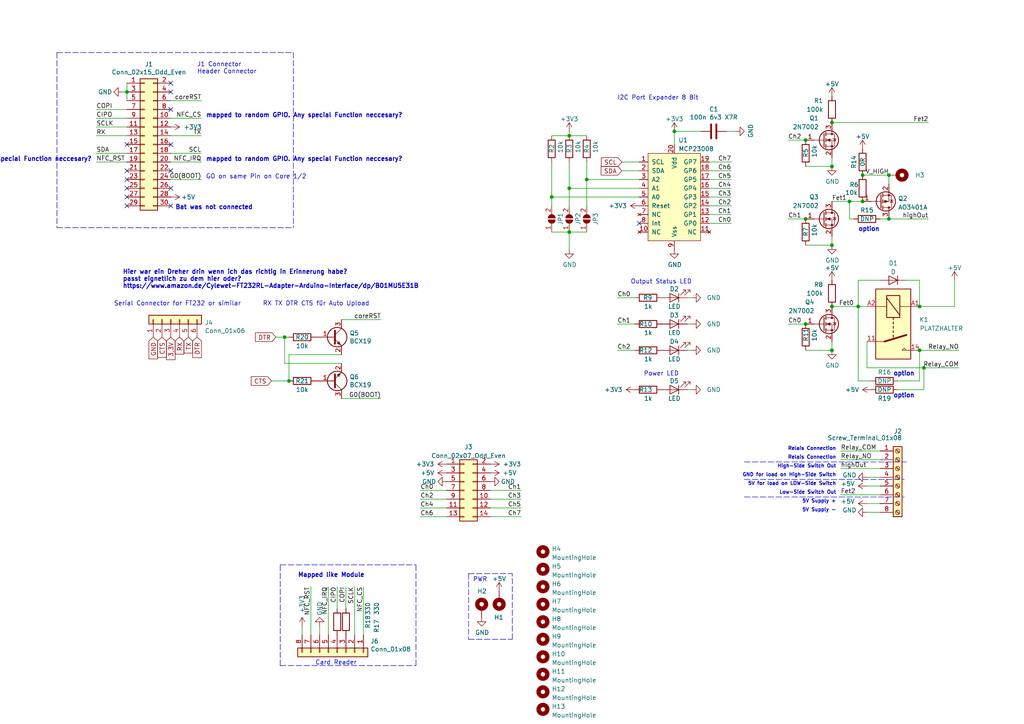
<source format=kicad_sch>
(kicad_sch (version 20211123) (generator eeschema)
  (paper "A4")
  (junction (at 328.93 64.77))
  (junction (at 328.93 54.61))
  (junction (at 233.68 40.64))
  (junction (at 233.68 63.5))
  (junction (at 165.1 39.37))
  (junction (at 170.18 52.07))
  (junction (at 241.3 101.6))
  (junction (at 165.1 54.61))
  (junction (at 233.68 93.98))
  (junction (at 160.02 57.15))
  (junction (at 328.93 74.93))
  (junction (at 266.7 101.6))
  (junction (at 364.49 43.18))
  (junction (at 195.58 38.1))
  (junction (at 257.81 63.5))
  (junction (at 257.81 50.8))
  (junction (at 323.85 43.18))
  (junction (at 165.1 67.31))
  (junction (at 241.3 48.26))
  (junction (at 410.21 64.77))
  (junction (at 241.3 71.12))
  (junction (at 250.19 58.42))
  (junction (at 241.3 88.9))
  (junction (at 248.92 88.9))
  (junction (at 83.82 110.49))
  (junction (at 241.3 35.56))
  (junction (at 250.19 50.8))
  (junction (at 36.83 26.67))
  (junction (at 246.38 58.42))
  (junction (at 266.7 88.9))
  (junction (at 82.55 97.79))
  (junction (at 267.97 106.68))
  (junction (at 410.21 62.23))
  (no_connect (at 49.53 24.13))
  (no_connect (at 49.53 26.67))
  (no_connect (at 49.53 31.75))
  (no_connect (at 49.53 41.91))
  (no_connect (at 36.83 49.53))
  (no_connect (at 36.83 52.07))
  (no_connect (at 36.83 41.91))
  (no_connect (at 36.83 54.61))
  (no_connect (at 36.83 57.15))
  (no_connect (at 36.83 59.69))
  (no_connect (at 49.53 54.61))
  (no_connect (at 185.42 64.77))
  (no_connect (at 49.53 59.69))
  (no_connect (at 49.53 49.53))
  (polyline (pts (xy 215.9 133.985) (xy 262.89 133.985)))
  (wire (pts (xy 165.1 39.37) (xy 170.18 39.37)))
  (wire (pts (xy 340.36 62.23) (xy 354.33 62.23)))
  (polyline (pts (xy 135.89 166.37) (xy 135.89 185.42)))
  (wire (pts (xy 266.7 81.28) (xy 266.7 88.9)))
  (wire (pts (xy 260.35 113.03) (xy 267.97 113.03)))
  (wire (pts (xy 82.55 97.79) (xy 83.82 97.79)))
  (wire (pts (xy 246.38 58.42) (xy 250.19 58.42)))
  (wire (pts (xy 179.07 101.6) (xy 184.15 101.6)))
  (wire (pts (xy 142.24 142.24) (xy 151.13 142.24)))
  (wire (pts (xy 82.55 97.79) (xy 82.55 105.41)))
  (wire (pts (xy 401.32 46.99) (xy 412.75 46.99)))
  (wire (pts (xy 58.42 39.37) (xy 49.53 39.37)))
  (wire (pts (xy 248.92 81.28) (xy 248.92 88.9)))
  (wire (pts (xy 243.84 143.51) (xy 255.27 143.51)))
  (wire (pts (xy 401.32 44.45) (xy 412.75 44.45)))
  (wire (pts (xy 251.46 140.97) (xy 255.27 140.97)))
  (wire (pts (xy 374.65 54.61) (xy 381 54.61)))
  (wire (pts (xy 260.35 110.49) (xy 266.7 110.49)))
  (wire (pts (xy 328.93 43.18) (xy 328.93 44.45)))
  (wire (pts (xy 252.73 110.49) (xy 248.92 110.49)))
  (polyline (pts (xy 135.89 185.42) (xy 148.59 185.42)))
  (wire (pts (xy 99.06 102.87) (xy 83.82 102.87)))
  (wire (pts (xy 410.21 62.23) (xy 410.21 64.77)))
  (wire (pts (xy 267.97 106.68) (xy 278.13 106.68)))
  (wire (pts (xy 321.31 54.61) (xy 328.93 54.61)))
  (wire (pts (xy 321.31 54.61) (xy 321.31 74.93)))
  (polyline (pts (xy 16.51 15.24) (xy 85.09 15.24)))
  (wire (pts (xy 97.79 170.18) (xy 97.79 176.53)))
  (wire (pts (xy 170.18 52.07) (xy 170.18 46.99)))
  (wire (pts (xy 410.21 62.23) (xy 412.75 62.23)))
  (wire (pts (xy 199.39 93.98) (xy 200.66 93.98)))
  (wire (pts (xy 179.07 86.36) (xy 184.15 86.36)))
  (wire (pts (xy 105.41 170.18) (xy 105.41 184.15)))
  (wire (pts (xy 228.6 93.98) (xy 233.68 93.98)))
  (wire (pts (xy 228.6 40.64) (xy 233.68 40.64)))
  (wire (pts (xy 233.68 48.26) (xy 241.3 48.26)))
  (wire (pts (xy 247.65 63.5) (xy 246.38 63.5)))
  (wire (pts (xy 241.3 58.42) (xy 246.38 58.42)))
  (wire (pts (xy 199.39 113.03) (xy 200.66 113.03)))
  (wire (pts (xy 205.74 57.15) (xy 212.09 57.15)))
  (wire (pts (xy 340.36 69.85) (xy 340.36 62.23)))
  (wire (pts (xy 353.06 43.18) (xy 364.49 43.18)))
  (wire (pts (xy 180.34 49.53) (xy 185.42 49.53)))
  (wire (pts (xy 243.84 135.89) (xy 255.27 135.89)))
  (wire (pts (xy 328.93 74.93) (xy 321.31 74.93)))
  (wire (pts (xy 160.02 67.31) (xy 165.1 67.31)))
  (wire (pts (xy 364.49 43.18) (xy 364.49 46.99)))
  (wire (pts (xy 205.74 49.53) (xy 212.09 49.53)))
  (wire (pts (xy 82.55 105.41) (xy 99.06 105.41)))
  (wire (pts (xy 374.65 59.69) (xy 381 59.69)))
  (wire (pts (xy 205.74 62.23) (xy 212.09 62.23)))
  (wire (pts (xy 251.46 106.68) (xy 267.97 106.68)))
  (wire (pts (xy 36.83 26.67) (xy 36.83 24.13)))
  (wire (pts (xy 160.02 39.37) (xy 165.1 39.37)))
  (wire (pts (xy 100.33 170.18) (xy 100.33 176.53)))
  (wire (pts (xy 27.94 46.99) (xy 36.83 46.99)))
  (wire (pts (xy 142.24 144.78) (xy 151.13 144.78)))
  (wire (pts (xy 401.32 57.15) (xy 412.75 57.15)))
  (wire (pts (xy 349.25 64.77) (xy 354.33 64.77)))
  (wire (pts (xy 255.27 63.5) (xy 257.81 63.5)))
  (wire (pts (xy 78.74 110.49) (xy 83.82 110.49)))
  (wire (pts (xy 410.21 67.31) (xy 412.75 67.31)))
  (wire (pts (xy 165.1 67.31) (xy 165.1 72.39)))
  (wire (pts (xy 251.46 99.06) (xy 251.46 106.68)))
  (wire (pts (xy 233.68 71.12) (xy 241.3 71.12)))
  (wire (pts (xy 121.92 142.24) (xy 129.54 142.24)))
  (wire (pts (xy 165.1 46.99) (xy 165.1 54.61)))
  (wire (pts (xy 121.92 149.86) (xy 129.54 149.86)))
  (wire (pts (xy 210.82 38.1) (xy 213.36 38.1)))
  (wire (pts (xy 160.02 57.15) (xy 160.02 46.99)))
  (wire (pts (xy 276.86 88.9) (xy 266.7 88.9)))
  (wire (pts (xy 241.3 68.58) (xy 241.3 71.12)))
  (wire (pts (xy 269.24 63.5) (xy 257.81 63.5)))
  (wire (pts (xy 374.65 67.31) (xy 381 67.31)))
  (wire (pts (xy 255.27 81.28) (xy 248.92 81.28)))
  (wire (pts (xy 323.85 64.77) (xy 328.93 64.77)))
  (polyline (pts (xy 215.9 144.145) (xy 262.255 144.145)))
  (wire (pts (xy 410.21 64.77) (xy 412.75 64.77)))
  (wire (pts (xy 87.63 181.61) (xy 87.63 184.15)))
  (wire (pts (xy 36.83 29.21) (xy 36.83 26.67)))
  (wire (pts (xy 121.92 147.32) (xy 129.54 147.32)))
  (wire (pts (xy 165.1 38.1) (xy 165.1 39.37)))
  (wire (pts (xy 401.32 59.69) (xy 412.75 59.69)))
  (wire (pts (xy 262.89 81.28) (xy 266.7 81.28)))
  (polyline (pts (xy 16.51 15.24) (xy 16.51 66.04)))
  (wire (pts (xy 250.19 50.8) (xy 257.81 50.8)))
  (wire (pts (xy 257.81 53.34) (xy 257.81 50.8)))
  (polyline (pts (xy 215.9 139.065) (xy 262.255 139.065)))
  (wire (pts (xy 233.68 101.6) (xy 241.3 101.6)))
  (wire (pts (xy 323.85 43.18) (xy 323.85 64.77)))
  (wire (pts (xy 99.06 92.71) (xy 110.49 92.71)))
  (wire (pts (xy 80.01 97.79) (xy 82.55 97.79)))
  (wire (pts (xy 27.94 44.45) (xy 36.83 44.45)))
  (wire (pts (xy 401.32 49.53) (xy 412.75 49.53)))
  (wire (pts (xy 321.31 43.18) (xy 323.85 43.18)))
  (wire (pts (xy 205.74 46.99) (xy 212.09 46.99)))
  (polyline (pts (xy 85.09 15.24) (xy 85.09 66.04)))
  (wire (pts (xy 332.74 69.85) (xy 340.36 69.85)))
  (wire (pts (xy 241.3 35.56) (xy 269.24 35.56)))
  (wire (pts (xy 185.42 54.61) (xy 165.1 54.61)))
  (wire (pts (xy 90.17 170.18) (xy 90.17 184.15)))
  (wire (pts (xy 27.94 31.75) (xy 36.83 31.75)))
  (wire (pts (xy 386.08 43.18) (xy 383.54 43.18)))
  (wire (pts (xy 243.84 133.35) (xy 255.27 133.35)))
  (wire (pts (xy 170.18 52.07) (xy 185.42 52.07)))
  (wire (pts (xy 27.94 39.37) (xy 36.83 39.37)))
  (wire (pts (xy 160.02 57.15) (xy 160.02 59.69)))
  (wire (pts (xy 241.3 88.9) (xy 248.92 88.9)))
  (wire (pts (xy 27.94 36.83) (xy 36.83 36.83)))
  (wire (pts (xy 49.53 29.21) (xy 58.42 29.21)))
  (wire (pts (xy 179.07 93.98) (xy 184.15 93.98)))
  (wire (pts (xy 35.56 26.67) (xy 36.83 26.67)))
  (wire (pts (xy 349.25 54.61) (xy 354.33 54.61)))
  (wire (pts (xy 121.92 144.78) (xy 129.54 144.78)))
  (wire (pts (xy 92.71 181.61) (xy 92.71 184.15)))
  (wire (pts (xy 251.46 148.59) (xy 255.27 148.59)))
  (wire (pts (xy 349.25 52.07) (xy 354.33 52.07)))
  (wire (pts (xy 99.06 115.57) (xy 110.49 115.57)))
  (wire (pts (xy 241.3 99.06) (xy 241.3 101.6)))
  (wire (pts (xy 374.65 64.77) (xy 381 64.77)))
  (wire (pts (xy 102.87 170.18) (xy 102.87 184.15)))
  (wire (pts (xy 205.74 52.07) (xy 212.09 52.07)))
  (wire (pts (xy 374.65 62.23) (xy 381 62.23)))
  (wire (pts (xy 27.94 34.29) (xy 36.83 34.29)))
  (wire (pts (xy 165.1 67.31) (xy 170.18 67.31)))
  (wire (pts (xy 364.49 43.18) (xy 375.92 43.18)))
  (wire (pts (xy 340.36 57.15) (xy 354.33 57.15)))
  (wire (pts (xy 180.34 46.99) (xy 185.42 46.99)))
  (wire (pts (xy 195.58 38.1) (xy 195.58 41.91)))
  (polyline (pts (xy 16.51 66.04) (xy 85.09 66.04)))
  (wire (pts (xy 58.42 46.99) (xy 49.53 46.99)))
  (wire (pts (xy 266.7 110.49) (xy 266.7 101.6)))
  (wire (pts (xy 323.85 43.18) (xy 328.93 43.18)))
  (polyline (pts (xy 148.59 185.42) (xy 148.59 166.37)))
  (wire (pts (xy 248.92 110.49) (xy 248.92 88.9)))
  (polyline (pts (xy 81.28 163.83) (xy 120.65 163.83)))
  (wire (pts (xy 199.39 86.36) (xy 200.66 86.36)))
  (wire (pts (xy 266.7 101.6) (xy 278.13 101.6)))
  (polyline (pts (xy 81.28 193.04) (xy 120.65 193.04)))
  (wire (pts (xy 243.84 130.81) (xy 255.27 130.81)))
  (wire (pts (xy 354.33 59.69) (xy 332.74 59.69)))
  (wire (pts (xy 401.32 54.61) (xy 412.75 54.61)))
  (wire (pts (xy 195.58 38.1) (xy 203.2 38.1)))
  (wire (pts (xy 49.53 52.07) (xy 58.42 52.07)))
  (wire (pts (xy 340.36 49.53) (xy 340.36 57.15)))
  (wire (pts (xy 267.97 113.03) (xy 267.97 106.68)))
  (wire (pts (xy 205.74 64.77) (xy 212.09 64.77)))
  (wire (pts (xy 374.65 57.15) (xy 381 57.15)))
  (wire (pts (xy 160.02 57.15) (xy 185.42 57.15)))
  (wire (pts (xy 276.86 81.28) (xy 276.86 88.9)))
  (wire (pts (xy 58.42 34.29) (xy 49.53 34.29)))
  (wire (pts (xy 142.24 147.32) (xy 151.13 147.32)))
  (wire (pts (xy 401.32 52.07) (xy 412.75 52.07)))
  (polyline (pts (xy 135.89 166.37) (xy 148.59 166.37)))
  (wire (pts (xy 199.39 101.6) (xy 200.66 101.6)))
  (wire (pts (xy 248.92 88.9) (xy 251.46 88.9)))
  (polyline (pts (xy 120.65 193.04) (xy 120.65 163.83)))
  (wire (pts (xy 251.46 146.05) (xy 255.27 146.05)))
  (wire (pts (xy 246.38 63.5) (xy 246.38 58.42)))
  (wire (pts (xy 401.32 62.23) (xy 410.21 62.23)))
  (wire (pts (xy 410.21 64.77) (xy 410.21 67.31)))
  (wire (pts (xy 212.09 54.61) (xy 205.74 54.61)))
  (wire (pts (xy 374.65 69.85) (xy 381 69.85)))
  (wire (pts (xy 332.74 49.53) (xy 340.36 49.53)))
  (wire (pts (xy 241.3 45.72) (xy 241.3 48.26)))
  (wire (pts (xy 205.74 59.69) (xy 212.09 59.69)))
  (wire (pts (xy 170.18 52.07) (xy 170.18 59.69)))
  (wire (pts (xy 83.82 102.87) (xy 83.82 110.49)))
  (wire (pts (xy 142.24 149.86) (xy 151.13 149.86)))
  (wire (pts (xy 251.46 138.43) (xy 255.27 138.43)))
  (wire (pts (xy 228.6 63.5) (xy 233.68 63.5)))
  (wire (pts (xy 58.42 44.45) (xy 49.53 44.45)))
  (wire (pts (xy 165.1 54.61) (xy 165.1 59.69)))
  (polyline (pts (xy 81.28 193.04) (xy 81.28 163.83)))
  (wire (pts (xy 95.25 170.18) (xy 95.25 184.15)))
  (text "Card Reader" (at 91.44 193.04 0) (effects (font (size 1.27 1.27)) (justify left bottom)))
  (text "Input Expander Da lassen?\nIst auch noch flasch mit 5V versorgt" (at 339.09 27.94 0) (effects (font (size 1.27 1.27)) (justify left bottom)))
  (text "GND for load on High-Side Switch" (at 242.57 138.43 180) (effects (font (size 1.016 1.016) bold) (justify right bottom)))
  (text "GO on same Pin on Core 1/2" (at 59.69 52.07 0) (effects (font (size 1.27 1.27)) (justify left bottom)))
  (text "I2C Port Expander 8 Bit each" (at 334.01 40.64 0) (effects (font (size 1.27 1.27)) (justify left bottom)))
  (text "Relais Connection" (at 242.57 130.81 180) (effects (font (size 1.016 1.016) bold) (justify right bottom)))
  (text "High-Side Switch Out" (at 242.57 135.89 180) (effects (font (size 1.016 1.016) bold) (justify right bottom)))
  (text "Relais Connection" (at 242.57 133.35 180) (effects (font (size 1.016 1.016) bold) (justify right bottom)))
  (text "mapped to random GPIO. Any special Function neccesary?" (at 59.69 46.99 0) (effects (font (size 1.27 1.27) (thickness 0.254) bold) (justify left bottom)))
  (text "RX TX DTR CTS für Auto Upload" (at 76.2 88.9 0) (effects (font (size 1.27 1.27)) (justify left bottom)))
  (text "option" (at 259.08 109.22 0) (effects (font (size 1.27 1.27) bold) (justify left bottom)))
  (text "5V Supply -\n" (at 242.57 148.59 180) (effects (font (size 1.016 1.016) bold) (justify right bottom)))
  (text "option" (at 248.92 67.31 0) (effects (font (size 1.27 1.27) bold) (justify left bottom)))
  (text "Low-Side Switch Out" (at 242.57 143.51 180) (effects (font (size 1.016 1.016) bold) (justify right bottom)))
  (text "Bat was not connected" (at 50.8 60.96 0) (effects (font (size 1.27 1.27) bold) (justify left bottom)))
  (text "5V Supply +" (at 242.57 146.05 180) (effects (font (size 1.016 1.016) bold) (justify right bottom)))
  (text "Serial Connector for FT232 or similar" (at 33.02 88.9 0) (effects (font (size 1.27 1.27)) (justify left bottom)))
  (text "mapped to random GPIO. Any special Function neccesary?" (at 26.67 46.99 0) (effects (font (size 1.27 1.27) (thickness 0.254) bold) (justify right bottom)))
  (text "Hier war ein Dreher drin wenn ich das richtig in Erinnerung habe?\npasst eignetlich zu dem hier oder?\nhttps://www.amazon.de/Cylewet-FT232RL-Adapter-Arduino-Interface/dp/B01MU5E31B" (at 35.56 83.82 0) (effects (font (size 1.27 1.27) (thickness 0.254) bold) (justify left bottom)))
  (text "J1 Connector\nHeader Connector" (at 57.15 21.59 0) (effects (font (size 1.27 1.27)) (justify left bottom)))
  (text "Output Status LED" (at 182.88 82.55 0) (effects (font (size 1.27 1.27)) (justify left bottom)))
  (text "Mapped like Module" (at 86.36 167.64 0) (effects (font (size 1.27 1.27) bold) (justify left bottom)))
  (text "mapped to random GPIO. Any special Function neccesary?" (at 59.69 34.29 0) (effects (font (size 1.27 1.27) (thickness 0.254) bold) (justify left bottom)))
  (text "Add soem C on 5V/3V3" (at 334.01 128.27 0) (effects (font (size 1.27 1.27) bold) (justify left bottom)))
  (text "PWR" (at 137.16 168.91 0) (effects (font (size 1.27 1.27)) (justify left bottom)))
  (text "option" (at 259.08 115.57 0) (effects (font (size 1.27 1.27) bold) (justify left bottom)))
  (text "5V for load on LOW-Side Switch" (at 242.57 140.97 180) (effects (font (size 1.016 1.016) bold) (justify right bottom)))
  (text "I2C Port Expander 8 Bit\n" (at 179.07 29.21 0) (effects (font (size 1.27 1.27)) (justify left bottom)))
  (text "Power LED" (at 186.69 109.22 0) (effects (font (size 1.27 1.27)) (justify left bottom)))
  (label "NFC_IRQ" (at 58.42 46.99 180))
  (label "Ch2" (at 212.09 59.69 180))
  (label "highOut" (at 243.84 135.89 0))
  (label "SDA" (at 27.94 44.45 0))
  (label "Fet1" (at 241.3 58.42 0))
  (label "SCLK" (at 102.87 170.18 270))
  (label "SCL" (at 58.42 44.45 180))
  (label "Ch2" (at 228.6 40.64 0))
  (label "V_HIGH" (at 257.81 50.8 180))
  (label "Relay_COM" (at 278.13 106.68 180))
  (label "Ch5" (at 151.13 147.32 180))
  (label "NFC_RST" (at 90.17 170.18 270))
  (label "Ch2" (at 179.07 101.6 0))
  (label "Relay_NO" (at 278.13 101.6 180))
  (label "Ch1" (at 179.07 93.98 0))
  (label "NFC_CS" (at 105.41 170.18 270))
  (label "CIPO" (at 27.94 34.29 0))
  (label "Ch0" (at 228.6 93.98 0))
  (label "RX" (at 27.94 39.37 0))
  (label "Fet2" (at 243.84 143.51 0))
  (label "Ch2" (at 121.92 144.78 0))
  (label "coreRST" (at 58.42 29.21 180))
  (label "Fet0" (at 247.65 88.9 180))
  (label "Ch1" (at 228.6 63.5 0))
  (label "SCLK" (at 27.94 36.83 0))
  (label "NFC_RST" (at 27.94 46.99 0))
  (label "G0(BOOT)" (at 58.42 52.07 180))
  (label "COPI" (at 27.94 31.75 0))
  (label "Ch7" (at 151.13 149.86 180))
  (label "Fet2" (at 269.24 35.56 180))
  (label "Ch0" (at 121.92 142.24 0))
  (label "CIPO" (at 97.79 170.18 270))
  (label "Ch1" (at 212.09 62.23 180))
  (label "highOut" (at 269.24 63.5 180))
  (label "COPI" (at 100.33 170.18 270))
  (label "Ch4" (at 212.09 54.61 180))
  (label "Ch7" (at 212.09 46.99 180))
  (label "Ch5" (at 212.09 52.07 180))
  (label "Ch0" (at 212.09 64.77 180))
  (label "Ch1" (at 151.13 142.24 180))
  (label "Relay_COM" (at 243.84 130.81 0))
  (label "G0(BOOT)" (at 110.49 115.57 180))
  (label "NFC_IRQ" (at 95.25 170.18 270))
  (label "coreRST" (at 110.49 92.71 180))
  (label "TX" (at 58.42 39.37 180))
  (label "Ch6" (at 121.92 149.86 0))
  (label "Ch4" (at 121.92 147.32 0))
  (label "NFC_CS" (at 58.42 34.29 180))
  (label "Relay_NO" (at 243.84 133.35 0))
  (label "Ch3" (at 212.09 57.15 180))
  (label "Ch6" (at 212.09 49.53 180))
  (label "Ch3" (at 151.13 144.78 180))
  (label "Ch0" (at 179.07 86.36 0))
  (global_label "5V" (shape input) (at 353.06 43.18 180) (property "Intersheet References" "${INTERSHEET_REFS}" (effects hide)))
  (global_label "In1" (shape input) (at 381 69.85 0) (property "Intersheet References" "${INTERSHEET_REFS}" (effects hide)))
  (global_label "In5" (shape input) (at 401.32 54.61 180) (property "Intersheet References" "${INTERSHEET_REFS}" (effects hide)))
  (global_label "In4" (shape input) (at 401.32 52.07 180) (property "Intersheet References" "${INTERSHEET_REFS}" (effects hide)))
  (global_label "In3" (shape input) (at 401.32 49.53 180) (property "Intersheet References" "${INTERSHEET_REFS}" (effects hide)))
  (global_label "DTR" (shape input) (at 57.15 97.79 270) (property "Intersheet References" "${INTERSHEET_REFS}" (effects hide)))
  (global_label "RX" (shape input) (at 52.07 97.79 270) (property "Intersheet References" "${INTERSHEET_REFS}" (effects hide)))
  (global_label "In7" (shape input) (at 401.32 59.69 180) (property "Intersheet References" "${INTERSHEET_REFS}" (effects hide)))
  (global_label "In2" (shape input) (at 381 67.31 0) (property "Intersheet References" "${INTERSHEET_REFS}" (effects hide)))
  (global_label "In4" (shape input) (at 381 62.23 0) (property "Intersheet References" "${INTERSHEET_REFS}" (effects hide)))
  (global_label "SCL" (shape input) (at 180.34 46.99 180) (property "Intersheet References" "${INTERSHEET_REFS}" (effects hide)))
  (global_label "SDA" (shape input) (at 180.34 49.53 180) (property "Intersheet References" "${INTERSHEET_REFS}" (effects hide)))
  (global_label "SCL" (shape input) (at 349.25 52.07 180) (property "Intersheet References" "${INTERSHEET_REFS}" (effects hide)))
  (global_label "3,3V" (shape input) (at 49.53 97.79 270) (property "Intersheet References" "${INTERSHEET_REFS}" (effects hide)))
  (global_label "CTS" (shape input) (at 78.74 110.49 180) (property "Intersheet References" "${INTERSHEET_REFS}" (effects hide)))
  (global_label "In6" (shape input) (at 381 57.15 0) (property "Intersheet References" "${INTERSHEET_REFS}" (effects hide)))
  (global_label "In2" (shape input) (at 401.32 46.99 180) (property "Intersheet References" "${INTERSHEET_REFS}" (effects hide)))
  (global_label "In6" (shape input) (at 401.32 57.15 180) (property "Intersheet References" "${INTERSHEET_REFS}" (effects hide)))
  (global_label "GND" (shape input) (at 401.32 62.23 180) (property "Intersheet References" "${INTERSHEET_REFS}" (effects hide)))
  (global_label "5V" (shape input) (at 321.31 43.18 180) (property "Intersheet References" "${INTERSHEET_REFS}" (effects hide)))
  (global_label "In1" (shape input) (at 401.32 44.45 180) (property "Intersheet References" "${INTERSHEET_REFS}" (effects hide)))
  (global_label "DTR" (shape input) (at 80.01 97.79 180) (property "Intersheet References" "${INTERSHEET_REFS}" (effects hide)))
  (global_label "TX" (shape input) (at 54.61 97.79 270) (property "Intersheet References" "${INTERSHEET_REFS}" (effects hide)))
  (global_label "In7" (shape input) (at 381 54.61 0) (property "Intersheet References" "${INTERSHEET_REFS}" (effects hide)))
  (global_label "5V" (shape input) (at 349.25 64.77 180) (property "Intersheet References" "${INTERSHEET_REFS}" (effects hide)))
  (global_label "In5" (shape input) (at 381 59.69 0) (property "Intersheet References" "${INTERSHEET_REFS}" (effects hide)))
  (global_label "SDA" (shape input) (at 349.25 54.61 180) (property "Intersheet References" "${INTERSHEET_REFS}" (effects hide)))
  (global_label "GND" (shape input) (at 44.45 97.79 270) (property "Intersheet References" "${INTERSHEET_REFS}" (effects hide)))
  (global_label "In3" (shape input) (at 381 64.77 0) (property "Intersheet References" "${INTERSHEET_REFS}" (effects hide)))
  (global_label "CTS" (shape input) (at 46.99 97.79 270) (property "Intersheet References" "${INTERSHEET_REFS}" (effects hide)))
  (symbol (lib_id "m5stackoutput_v2-rescue:Conn_02x15_Odd_Even-Connector_Generic") (at 41.91 41.91 0) (unit 1)
    (property "Reference" "J1" (at 43.18 18.6182 0))
    (property "Value" "Conn_02x15_Odd_Even" (at 43.18 20.9296 0))
    (property "Footprint" "Connector_PinSocket_2.54mm:PinSocket_2x15_P2.54mm_Vertical" (effects hide))
  )
  (symbol (lib_id "m5stackoutput_v2-rescue:GND-power") (at 35.56 26.67 270) (unit 1)
    (property "Reference" "#PWR01" (effects hide))
    (property "Value" "GND" (at 30.48 26.67 90))
  )
  (symbol (lib_id "m5stackoutput_v2-rescue:Conn_01x10-Connector_Generic") (at 417.83 54.61 0) (unit 1)
    (property "Reference" "J5" (at 419.862 54.8132 0) (effects (justify left)))
    (property "Value" "Conn_01x08" (at 419.862 57.1246 0) (effects (justify left)))
    (property "Footprint" "Connector_PinSocket_2.54mm:PinSocket_2x05_P2.54mm_Vertical" (effects hide))
  )
  (symbol (lib_name "MCP23008-m5stack-m5stackoutput-rescue_1") (lib_id "m5stackoutput_v2-rescue:MCP23008-m5stack-m5stackoutput-rescue") (at 195.58 57.15 0) (unit 1)
    (property "Reference" "U1" (at 198.12 40.64 0))
    (property "Value" "MCP23008" (at 201.93 43.18 0))
    (property "Footprint" "Package_SO:SSOP-20_5.3x7.2mm_P0.65mm" (effects hide))
    (property "Datasheet" "https://ww1.microchip.com/downloads/en/DeviceDoc/21919e.pdf" (effects hide))
  )
  (symbol (lib_id "m5stackoutput_v2-rescue:MCP23008-m5stack-m5stackoutput-rescue") (at 364.49 62.23 0) (unit 1)
    (property "Reference" "U2" (at 367.03 45.72 0))
    (property "Value" "MCP23008" (at 370.84 48.26 0))
    (property "Footprint" "Package_SO:SSOP-20_5.3x7.2mm_P0.65mm" (effects hide))
    (property "Datasheet" "https://ww1.microchip.com/downloads/en/DeviceDoc/21919e.pdf" (effects hide))
  )
  (symbol (lib_id "m5stackoutput_v2-rescue:GND-power") (at 364.49 77.47 0) (unit 1)
    (property "Reference" "#PWR05" (effects hide))
    (property "Value" "GND" (at 364.617 81.8642 0))
  )
  (symbol (lib_id "m5stackoutput_v2-rescue:GND-power") (at 195.58 72.39 0) (unit 1)
    (property "Reference" "#PWR04" (effects hide))
    (property "Value" "GND" (at 195.707 76.7842 0))
  )
  (symbol (lib_id "m5stackoutput_v2-rescue:C-Device") (at 207.01 38.1 270) (unit 1)
    (property "Reference" "C1" (at 207.01 31.6992 90))
    (property "Value" "100n 6v3 X7R" (at 207.01 34.0106 90))
    (property "Footprint" "Capacitor_SMD:C_0603_1608Metric" (effects hide))
  )
  (symbol (lib_id "m5stackoutput_v2-rescue:GND-power") (at 213.36 38.1 90) (unit 1)
    (property "Reference" "#PWR0101" (effects hide))
    (property "Value" "GND" (at 217.7542 37.973 0))
  )
  (symbol (lib_id "m5stackoutput_v2-rescue:C-Device") (at 379.73 43.18 270) (unit 1)
    (property "Reference" "C2" (at 379.73 36.83 90))
    (property "Value" "C" (at 379.73 39.0906 90))
    (property "Footprint" "Capacitor_SMD:C_0603_1608Metric" (effects hide))
  )
  (symbol (lib_id "m5stackoutput_v2-rescue:GND-power") (at 386.08 43.18 0) (unit 1)
    (property "Reference" "#PWR0102" (effects hide))
    (property "Value" "GND" (at 386.207 47.5742 0))
  )
  (symbol (lib_id "m5stackoutput_v2-rescue:SolderJumper_3_Open-Jumper") (at 328.93 69.85 90) (unit 1)
    (property "Reference" "JP6" (at 328.93 73.66 90) (effects (justify left)))
    (property "Value" "SolderJumper_3_Open" (effects hide))
    (property "Footprint" "Jumper:SolderJumper-3_P1.3mm_Open_Pad1.0x1.5mm_NumberLabels" (effects hide))
  )
  (symbol (lib_id "m5stackoutput_v2-rescue:SolderJumper_3_Open-Jumper") (at 328.93 59.69 90) (unit 1)
    (property "Reference" "JP5" (at 328.93 63.5 90) (effects (justify left)))
    (property "Value" "SolderJumper_3_Open" (effects hide))
    (property "Footprint" "Jumper:SolderJumper-3_P1.3mm_Open_Pad1.0x1.5mm_NumberLabels" (effects hide))
  )
  (symbol (lib_id "m5stackoutput_v2-rescue:SolderJumper_3_Open-Jumper") (at 328.93 49.53 90) (unit 1)
    (property "Reference" "JP4" (at 328.93 53.34 90) (effects (justify left)))
    (property "Value" "SolderJumper_3_Open" (effects hide))
    (property "Footprint" "Jumper:SolderJumper-3_P1.3mm_Open_Pad1.0x1.5mm_NumberLabels" (effects hide))
  )
  (symbol (lib_id "m5stackoutput_v2-rescue:GND-power") (at 328.93 74.93 0) (unit 1)
    (property "Reference" "#PWR02" (effects hide))
    (property "Value" "GND" (at 329.057 79.3242 0))
  )
  (symbol (lib_id "m5stackoutput_v2-rescue:R-Device") (at 100.33 180.34 0) (unit 1)
    (property "Reference" "R17" (at 109.22 181.61 90))
    (property "Value" "330" (at 109.22 176.53 90))
    (property "Footprint" "Resistor_SMD:R_0603_1608Metric" (effects hide))
  )
  (symbol (lib_id "m5stackoutput_v2-rescue:R-Device") (at 97.79 180.34 0) (unit 1)
    (property "Reference" "R18" (at 106.68 180.34 90))
    (property "Value" "330" (at 106.68 176.53 90))
    (property "Footprint" "Resistor_SMD:R_0603_1608Metric" (effects hide))
  )
  (symbol (lib_id "m5stackoutput_v2-rescue:MountingHole_Pad-Mechanical") (at 144.78 173.99 180) (unit 1)
    (property "Reference" "H1" (at 146.05 179.07 0) (effects (justify left)))
    (property "Value" "MountingHole_Pad" (effects hide))
    (property "Footprint" "TestPoint:TestPoint_Loop_D2.50mm_Drill1.85mm" (effects hide))
  )
  (symbol (lib_id "m5stackoutput_v2-rescue:MountingHole_Pad-Mechanical") (at 139.7 176.53 0) (unit 1)
    (property "Reference" "H2" (at 138.43 171.45 0) (effects (justify left)))
    (property "Value" "MountingHole_Pad" (effects hide))
    (property "Footprint" "TestPoint:TestPoint_Loop_D2.50mm_Drill1.85mm" (effects hide))
  )
  (symbol (lib_id "m5stackoutput_v2-rescue:Conn_01x08-Connector_Generic") (at 97.79 189.23 270) (unit 1)
    (property "Reference" "J6" (at 107.442 185.9788 90) (effects (justify left)))
    (property "Value" "Conn_01x08" (at 107.442 188.2902 90) (effects (justify left)))
    (property "Footprint" "Connector_PinSocket_2.54mm:PinSocket_1x08_P2.54mm_Vertical" (effects hide))
  )
  (symbol (lib_id "m5stackoutput_v2-rescue:Conn_01x06-Connector_Generic") (at 49.53 92.71 90) (unit 1)
    (property "Reference" "J4" (at 59.3852 93.6244 90) (effects (justify right)))
    (property "Value" "Conn_01x06" (at 59.3852 95.9358 90) (effects (justify right)))
    (property "Footprint" "Connector_PinSocket_2.54mm:PinSocket_1x06_P2.54mm_Horizontal" (effects hide))
  )
  (symbol (lib_id "m5stackoutput_v2-rescue:Q_NPN_BEC-Device") (at 96.52 97.79 0) (unit 1)
    (property "Reference" "Q5" (at 101.3714 96.6216 0) (effects (justify left)))
    (property "Value" "BCX19" (at 101.3714 98.933 0) (effects (justify left)))
    (property "Footprint" "Package_TO_SOT_SMD:SOT-23" (effects hide))
  )
  (symbol (lib_id "m5stackoutput_v2-rescue:Q_NPN_BEC-Device") (at 96.52 110.49 0) (mirror x) (unit 1)
    (property "Reference" "Q6" (at 101.3714 109.3216 0) (effects (justify left)))
    (property "Value" "BCX19" (at 101.3714 111.633 0) (effects (justify left)))
    (property "Footprint" "Package_TO_SOT_SMD:SOT-23" (effects hide))
  )
  (symbol (lib_id "m5stackoutput_v2-rescue:R-Device") (at 87.63 97.79 90) (unit 1)
    (property "Reference" "R20" (at 87.63 97.79 90))
    (property "Value" "10k" (at 87.63 100.33 90))
    (property "Footprint" "Resistor_SMD:R_0603_1608Metric" (effects hide))
  )
  (symbol (lib_id "m5stackoutput_v2-rescue:R-Device") (at 87.63 110.49 90) (unit 1)
    (property "Reference" "R21" (at 87.63 110.49 90))
    (property "Value" "10k" (at 87.63 113.03 90))
    (property "Footprint" "Resistor_SMD:R_0603_1608Metric" (effects hide))
  )
  (symbol (lib_id "power:+5V") (at 276.86 81.28 0) (unit 1)
    (property "Reference" "#PWR015" (effects hide))
    (property "Value" "+5V" (at 276.86 77.7042 0))
  )
  (symbol (lib_id "power:+5V") (at 241.3 81.28 0) (unit 1)
    (property "Reference" "#PWR014" (effects hide))
    (property "Value" "+5V" (at 241.3 77.7042 0))
  )
  (symbol (lib_id "power:+5V") (at 49.53 57.15 270) (unit 1)
    (property "Reference" "#PWR09" (effects hide))
    (property "Value" "+5V" (at 54.61 57.15 90))
  )
  (symbol (lib_id "ownLib2:2N7002") (at 238.76 93.98 0) (unit 1)
    (property "Reference" "Q4" (at 236.22 87.63 0) (effects (justify right)))
    (property "Value" "2N7002" (at 236.22 90.17 0) (effects (justify right)))
    (property "Footprint" "Package_TO_SOT_SMD:SOT-23" (effects hide))
  )
  (symbol (lib_id "Device:LED") (at 195.58 86.36 180) (unit 1)
    (property "Reference" "D2" (at 195.58 83.82 0))
    (property "Value" "LED" (at 195.58 88.9 0))
    (property "Footprint" "LED_SMD:LED_0603_1608Metric" (effects hide))
  )
  (symbol (lib_id "m5stackoutput_v2-rescue:R-Device") (at 241.3 85.09 0) (unit 1)
    (property "Reference" "R8" (at 238.76 82.55 0) (effects (justify right)))
    (property "Value" "100k" (at 238.76 85.09 0) (effects (justify right)))
    (property "Footprint" "Resistor_SMD:R_0603_1608Metric" (effects hide))
  )
  (symbol (lib_id "Relay:FINDER-32.21-x300") (at 259.08 93.98 270) (unit 1)
    (property "Reference" "K1" (at 267.97 92.71 90))
    (property "Value" "PLATZHALTER" (at 273.05 95.25 90))
    (property "Datasheet" "http://gfinder.findernet.com/assets/Series/355/S32EN.pdf" (effects hide))
  )
  (symbol (lib_id "power:+3.3V") (at 195.58 38.1 0) (unit 1)
    (property "Reference" "#PWR08" (effects hide))
    (property "Value" "+3.3V" (at 195.58 34.5242 0))
  )
  (symbol (lib_id "m5stackoutput_v2-rescue:GND-power") (at 241.3 48.26 0) (unit 1)
    (property "Reference" "#PWR010" (effects hide))
    (property "Value" "GND" (at 241.427 52.6542 0))
  )
  (symbol (lib_id "power:+3.3V") (at 165.1 38.1 0) (unit 1)
    (property "Reference" "#PWR07" (effects hide))
    (property "Value" "+3.3V" (at 165.1 34.5242 0))
  )
  (symbol (lib_id "power:+3.3V") (at 142.24 134.62 270) (unit 1)
    (property "Reference" "#PWR027" (effects hide))
    (property "Value" "+3.3V" (at 151.13 134.62 90) (effects (justify right)))
  )
  (symbol (lib_id "m5stackoutput_v2-rescue:GND-power") (at 165.1 72.39 0) (unit 1)
    (property "Reference" "#PWR013" (effects hide))
    (property "Value" "GND" (at 165.227 76.7842 0))
  )
  (symbol (lib_id "Mechanical:MountingHole") (at 157.48 180.34 0) (unit 1)
    (property "Reference" "H8" (at 160.02 179.5053 0) (effects (justify left)))
    (property "Value" "MountingHole" (at 160.02 182.0422 0) (effects (justify left)))
    (property "Footprint" "MountingHole:MountingHole_3.2mm_M3" (effects hide))
  )
  (symbol (lib_id "power:+5V") (at 241.3 27.94 0) (unit 1)
    (property "Reference" "#PWR06" (effects hide))
    (property "Value" "+5V" (at 241.3 24.3642 0))
  )
  (symbol (lib_id "Mechanical:MountingHole") (at 157.48 195.58 0) (unit 1)
    (property "Reference" "H11" (at 160.02 194.7453 0) (effects (justify left)))
    (property "Value" "MountingHole" (at 160.02 197.2822 0) (effects (justify left)))
    (property "Footprint" "MountingHole:MountingHole_3.2mm_M3" (effects hide))
  )
  (symbol (lib_id "Device:R") (at 160.02 43.18 0) (unit 1)
    (property "Reference" "R2" (at 160.02 44.45 90) (effects (justify left)))
    (property "Value" "10k" (at 162.56 44.45 90) (effects (justify left)))
    (property "Footprint" "Resistor_SMD:R_0603_1608Metric" (effects hide))
  )
  (symbol (lib_id "Transistor_FET:AO3401A") (at 255.27 58.42 0) (mirror x) (unit 1)
    (property "Reference" "Q2" (at 260.477 57.5853 0) (effects (justify left)))
    (property "Value" "AO3401A" (at 260.477 60.1222 0) (effects (justify left)))
    (property "Footprint" "Package_TO_SOT_SMD:SOT-23" (effects hide))
    (property "Datasheet" "http://www.aosmd.com/pdfs/datasheet/AO3401A.pdf" (effects hide))
  )
  (symbol (lib_id "m5stackoutput_v2-rescue:GND-power") (at 200.66 113.03 90) (unit 1)
    (property "Reference" "#PWR021" (effects hide))
    (property "Value" "GND" (at 207.01 113.03 90))
  )
  (symbol (lib_id "m5stackoutput_v2-rescue:GND-power") (at 92.71 181.61 180) (unit 1)
    (property "Reference" "#PWR023" (effects hide))
    (property "Value" "GND" (at 92.71 176.53 90))
  )
  (symbol (lib_id "m5stackoutput_v2-rescue:R-Device") (at 250.19 46.99 0) (unit 1)
    (property "Reference" "R14" (at 247.65 46.99 90))
    (property "Value" "0R" (at 250.19 46.99 90))
    (property "Footprint" "Resistor_SMD:R_0603_1608Metric" (effects hide))
  )
  (symbol (lib_id "m5stackoutput_v2-rescue:GND-power") (at 251.46 138.43 270) (unit 1)
    (property "Reference" "#PWR030" (effects hide))
    (property "Value" "GND" (at 246.38 137.795 90))
  )
  (symbol (lib_id "Device:R") (at 233.68 67.31 0) (unit 1)
    (property "Reference" "R7" (at 233.68 68.58 90) (effects (justify left)))
    (property "Value" "10k" (at 236.22 68.58 90) (effects (justify left)))
    (property "Footprint" "Resistor_SMD:R_0603_1608Metric" (effects hide))
  )
  (symbol (lib_id "Device:D") (at 259.08 81.28 180) (unit 1)
    (property "Reference" "D1" (at 259.08 76.3356 0))
    (property "Value" "D" (at 259.08 78.8725 0))
    (property "Footprint" "Diode_SMD:D_SOD-123" (effects hide))
  )
  (symbol (lib_id "Mechanical:MountingHole") (at 157.48 165.1 0) (unit 1)
    (property "Reference" "H5" (at 160.02 164.2653 0) (effects (justify left)))
    (property "Value" "MountingHole" (at 160.02 166.8022 0) (effects (justify left)))
    (property "Footprint" "MountingHole:MountingHole_3.2mm_M3" (effects hide))
  )
  (symbol (lib_id "power:+5V") (at 142.24 137.16 270) (unit 1)
    (property "Reference" "#PWR029" (effects hide))
    (property "Value" "+5V" (at 149.86 137.16 90) (effects (justify right)))
  )
  (symbol (lib_id "m5stackoutput_v2-rescue:R-Device") (at 187.96 93.98 90) (unit 1)
    (property "Reference" "R10" (at 189.23 93.98 90) (effects (justify left)))
    (property "Value" "1k" (at 189.23 96.52 90) (effects (justify left)))
    (property "Footprint" "Resistor_SMD:R_0603_1608Metric" (effects hide))
  )
  (symbol (lib_id "Device:LED") (at 195.58 101.6 180) (unit 1)
    (property "Reference" "D4" (at 195.58 99.06 0))
    (property "Value" "LED" (at 195.58 104.14 0))
    (property "Footprint" "LED_SMD:LED_0603_1608Metric" (effects hide))
  )
  (symbol (lib_id "m5stackoutput_v2-rescue:R-Device") (at 256.54 110.49 270) (unit 1) (in_bom no)
    (property "Reference" "R16" (at 256.54 107.95 90))
    (property "Value" "DNP" (at 256.54 110.49 90))
    (property "Footprint" "Resistor_SMD:R_0603_1608Metric" (effects hide))
  )
  (symbol (lib_id "Mechanical:MountingHole") (at 157.48 190.5 0) (unit 1)
    (property "Reference" "H10" (at 160.02 189.6653 0) (effects (justify left)))
    (property "Value" "MountingHole" (at 160.02 192.2022 0) (effects (justify left)))
    (property "Footprint" "MountingHole:MountingHole_3.2mm_M3" (effects hide))
  )
  (symbol (lib_id "Connector:Screw_Terminal_01x08") (at 260.35 138.43 0) (unit 1)
    (property "Reference" "J2" (at 261.62 125.095 0) (effects (justify right)))
    (property "Value" "Screw_Terminal_01x08" (at 261.62 127 0) (effects (justify right)))
  )
  (symbol (lib_id "Mechanical:MountingHole") (at 157.48 175.26 0) (unit 1)
    (property "Reference" "H7" (at 160.02 174.4253 0) (effects (justify left)))
    (property "Value" "MountingHole" (at 160.02 176.9622 0) (effects (justify left)))
    (property "Footprint" "MountingHole:MountingHole_3.2mm_M3" (effects hide))
  )
  (symbol (lib_id "m5stackoutput_v2-rescue:R-Device") (at 187.96 113.03 90) (unit 1)
    (property "Reference" "R13" (at 189.23 113.03 90) (effects (justify left)))
    (property "Value" "1k" (at 189.23 115.57 90) (effects (justify left)))
    (property "Footprint" "Resistor_SMD:R_0603_1608Metric" (effects hide))
  )
  (symbol (lib_id "m5stackoutput_v2-rescue:GND-power") (at 241.3 101.6 0) (unit 1)
    (property "Reference" "#PWR019" (effects hide))
    (property "Value" "GND" (at 241.427 105.9942 0))
  )
  (symbol (lib_id "Mechanical:MountingHole") (at 157.48 160.02 0) (unit 1)
    (property "Reference" "H4" (at 160.02 159.1853 0) (effects (justify left)))
    (property "Value" "MountingHole" (at 160.02 161.7222 0) (effects (justify left)))
    (property "Footprint" "MountingHole:MountingHole_3.2mm_M3" (effects hide))
  )
  (symbol (lib_id "power:+5V") (at 251.46 146.05 90) (unit 1)
    (property "Reference" "#PWR034" (effects hide))
    (property "Value" "+5V" (at 243.84 145.415 90) (effects (justify right)))
  )
  (symbol (lib_id "Jumper:SolderJumper_2_Open") (at 160.02 63.5 90) (unit 1)
    (property "Reference" "JP1" (at 162.56 63.5 0))
    (property "Value" "SolderJumper_2_Open" (effects hide))
    (property "Footprint" "Jumper:SolderJumper-2_P1.3mm_Open_RoundedPad1.0x1.5mm" (effects hide))
  )
  (symbol (lib_id "m5stackoutput_v2-rescue:GND-power") (at 142.24 139.7 90) (unit 1)
    (property "Reference" "#PWR032" (effects hide))
    (property "Value" "GND" (at 147.32 139.7 90))
  )
  (symbol (lib_id "m5stackoutput_v2-rescue:GND-power") (at 200.66 101.6 90) (unit 1)
    (property "Reference" "#PWR018" (effects hide))
    (property "Value" "GND" (at 207.01 101.6 90))
  )
  (symbol (lib_id "m5stackoutput_v2-rescue:R-Device") (at 250.19 54.61 0) (unit 1)
    (property "Reference" "R6" (at 246.38 53.5686 0) (effects (justify left)))
    (property "Value" "10k" (at 245.11 55.88 0) (effects (justify left)))
    (property "Footprint" "Resistor_SMD:R_0603_1608Metric" (effects hide))
  )
  (symbol (lib_id "Device:LED") (at 195.58 93.98 180) (unit 1)
    (property "Reference" "D3" (at 195.58 91.44 0))
    (property "Value" "LED" (at 195.58 96.52 0))
    (property "Footprint" "LED_SMD:LED_0603_1608Metric" (effects hide))
  )
  (symbol (lib_id "Mechanical:MountingHole") (at 157.48 185.42 0) (unit 1)
    (property "Reference" "H9" (at 160.02 184.5853 0) (effects (justify left)))
    (property "Value" "MountingHole" (at 160.02 187.1222 0) (effects (justify left)))
    (property "Footprint" "MountingHole:MountingHole_3.2mm_M3" (effects hide))
  )
  (symbol (lib_id "m5stackoutput_v2-rescue:R-Device") (at 241.3 31.75 0) (unit 1)
    (property "Reference" "R1" (at 238.76 29.21 0) (effects (justify right)))
    (property "Value" "100k" (at 238.76 31.75 0) (effects (justify right)))
    (property "Footprint" "Resistor_SMD:R_0603_1608Metric" (effects hide))
  )
  (symbol (lib_id "Device:R") (at 233.68 44.45 0) (unit 1)
    (property "Reference" "R5" (at 233.68 45.72 90) (effects (justify left)))
    (property "Value" "10k" (at 236.22 45.72 90) (effects (justify left)))
    (property "Footprint" "Resistor_SMD:R_0603_1608Metric" (effects hide))
  )
  (symbol (lib_id "Device:R") (at 170.18 43.18 0) (unit 1)
    (property "Reference" "R4" (at 170.18 44.45 90) (effects (justify left)))
    (property "Value" "10k" (at 172.72 44.45 90) (effects (justify left)))
    (property "Footprint" "Resistor_SMD:R_0603_1608Metric" (effects hide))
  )
  (symbol (lib_id "Jumper:SolderJumper_2_Open") (at 170.18 63.5 90) (unit 1)
    (property "Reference" "JP3" (at 172.72 63.5 0))
    (property "Value" "SolderJumper_2_Open" (effects hide))
    (property "Footprint" "Jumper:SolderJumper-2_P1.3mm_Open_RoundedPad1.0x1.5mm" (effects hide))
  )
  (symbol (lib_id "m5stackoutput_v2-rescue:GND-power") (at 139.7 179.07 0) (unit 1)
    (property "Reference" "#PWR037" (effects hide))
    (property "Value" "GND" (at 139.827 183.4642 0))
  )
  (symbol (lib_id "ownLib2:2N7002") (at 238.76 63.5 0) (unit 1)
    (property "Reference" "Q3" (at 237.49 57.15 0) (effects (justify right)))
    (property "Value" "2N7002" (at 237.49 59.69 0) (effects (justify right)))
    (property "Footprint" "Package_TO_SOT_SMD:SOT-23" (effects hide))
  )
  (symbol (lib_id "m5stackoutput_v2-rescue:GND-power") (at 200.66 93.98 90) (unit 1)
    (property "Reference" "#PWR017" (effects hide))
    (property "Value" "GND" (at 207.01 93.98 90))
  )
  (symbol (lib_id "power:+5V") (at 251.46 140.97 90) (unit 1)
    (property "Reference" "#PWR033" (effects hide))
    (property "Value" "+5V" (at 243.84 140.335 90) (effects (justify right)))
  )
  (symbol (lib_id "m5stackoutput_v2-rescue:GND-power") (at 129.54 139.7 270) (unit 1)
    (property "Reference" "#PWR031" (effects hide))
    (property "Value" "GND" (at 124.46 139.7 90))
  )
  (symbol (lib_id "m5stackoutput_v2-rescue:R-Device") (at 256.54 113.03 270) (unit 1) (in_bom no)
    (property "Reference" "R19" (at 256.54 115.57 90))
    (property "Value" "DNP" (at 256.54 113.03 90))
    (property "Footprint" "Resistor_SMD:R_0603_1608Metric" (effects hide))
  )
  (symbol (lib_id "m5stackoutput_v2-rescue:R-Device") (at 187.96 101.6 90) (unit 1)
    (property "Reference" "R12" (at 189.23 101.6 90) (effects (justify left)))
    (property "Value" "1k" (at 189.23 104.14 90) (effects (justify left)))
    (property "Footprint" "Resistor_SMD:R_0603_1608Metric" (effects hide))
  )
  (symbol (lib_id "Mechanical:MountingHole") (at 157.48 205.74 0) (unit 1)
    (property "Reference" "H13" (at 160.02 204.9053 0) (effects (justify left)))
    (property "Value" "MountingHole" (at 160.02 207.4422 0) (effects (justify left)))
    (property "Footprint" "MountingHole:MountingHole_3.2mm_M3" (effects hide))
  )
  (symbol (lib_id "m5stackoutput_v2-rescue:MountingHole_Pad-Mechanical") (at 260.35 50.8 270) (unit 1)
    (property "Reference" "H3" (at 265.43 50.8 90) (effects (justify left)))
    (property "Value" "MountingHole_Pad" (effects hide))
    (property "Footprint" "TestPoint:TestPoint_Loop_D2.50mm_Drill1.85mm" (effects hide))
  )
  (symbol (lib_id "ownLib2:2N7002") (at 238.76 40.64 0) (unit 1)
    (property "Reference" "Q1" (at 237.49 34.29 0) (effects (justify right)))
    (property "Value" "2N7002" (at 237.49 36.83 0) (effects (justify right)))
    (property "Footprint" "Package_TO_SOT_SMD:SOT-23" (effects hide))
  )
  (symbol (lib_id "power:+3.3V") (at 49.53 36.83 270) (unit 1)
    (property "Reference" "#PWR03" (effects hide))
    (property "Value" "+3.3V" (at 55.88 36.83 90))
  )
  (symbol (lib_id "Connector_Generic:Conn_02x07_Odd_Even") (at 134.62 142.24 0) (unit 1)
    (property "Reference" "J3" (at 135.89 129.6502 0))
    (property "Value" "Conn_02x07_Odd_Even" (at 135.89 132.1871 0))
    (property "Footprint" "Connector_IDC:IDC-Header_2x07_P2.54mm_Horizontal" (effects hide))
  )
  (symbol (lib_id "Mechanical:MountingHole") (at 157.48 170.18 0) (unit 1)
    (property "Reference" "H6" (at 160.02 169.3453 0) (effects (justify left)))
    (property "Value" "MountingHole" (at 160.02 171.8822 0) (effects (justify left)))
    (property "Footprint" "MountingHole:MountingHole_3.2mm_M3" (effects hide))
  )
  (symbol (lib_id "power:+5V") (at 252.73 113.03 90) (unit 1)
    (property "Reference" "#PWR025" (effects hide))
    (property "Value" "+5V" (at 245.11 113.03 90) (effects (justify right)))
  )
  (symbol (lib_id "power:+5V") (at 129.54 137.16 90) (unit 1)
    (property "Reference" "#PWR028" (effects hide))
    (property "Value" "+5V" (at 121.92 137.16 90) (effects (justify right)))
  )
  (symbol (lib_id "power:+3.3V") (at 184.15 113.03 90) (unit 1)
    (property "Reference" "#PWR020" (effects hide))
    (property "Value" "+3.3V" (at 175.26 113.03 90) (effects (justify right)))
  )
  (symbol (lib_id "power:+5V") (at 250.19 43.18 0) (unit 1)
    (property "Reference" "#PWR024" (effects hide))
    (property "Value" "+5V" (at 250.19 39.6042 0))
  )
  (symbol (lib_id "power:+5V") (at 144.78 171.45 0) (unit 1)
    (property "Reference" "#PWR036" (effects hide))
    (property "Value" "+5V" (at 144.78 167.8742 0))
  )
  (symbol (lib_id "Device:LED") (at 195.58 113.03 180) (unit 1)
    (property "Reference" "D5" (at 195.58 110.49 0))
    (property "Value" "LED" (at 195.58 115.57 0))
    (property "Footprint" "LED_SMD:LED_0603_1608Metric" (effects hide))
  )
  (symbol (lib_id "m5stackoutput_v2-rescue:GND-power") (at 200.66 86.36 90) (unit 1)
    (property "Reference" "#PWR016" (effects hide))
    (property "Value" "GND" (at 207.01 86.36 90))
  )
  (symbol (lib_id "m5stackoutput_v2-rescue:R-Device") (at 187.96 86.36 90) (unit 1)
    (property "Reference" "R9" (at 189.23 86.36 90) (effects (justify left)))
    (property "Value" "1k" (at 189.23 88.9 90) (effects (justify left)))
    (property "Footprint" "Resistor_SMD:R_0603_1608Metric" (effects hide))
  )
  (symbol (lib_id "power:+3.3V") (at 129.54 134.62 90) (unit 1)
    (property "Reference" "#PWR026" (effects hide))
    (property "Value" "+3.3V" (at 120.65 134.62 90) (effects (justify right)))
  )
  (symbol (lib_id "Mechanical:MountingHole") (at 157.48 200.66 0) (unit 1)
    (property "Reference" "H12" (at 160.02 199.8253 0) (effects (justify left)))
    (property "Value" "MountingHole" (at 160.02 202.3622 0) (effects (justify left)))
    (property "Footprint" "MountingHole:MountingHole_3.2mm_M3" (effects hide))
  )
  (symbol (lib_id "m5stackoutput_v2-rescue:GND-power") (at 251.46 148.59 270) (unit 1)
    (property "Reference" "#PWR035" (effects hide))
    (property "Value" "GND" (at 246.38 147.955 90))
  )
  (symbol (lib_id "power:+3.3V") (at 185.42 59.69 90) (unit 1)
    (property "Reference" "#PWR011" (effects hide))
    (property "Value" "+3.3V" (at 176.53 59.69 90) (effects (justify right)))
  )
  (symbol (lib_id "power:+3.3V") (at 87.63 181.61 0) (unit 1)
    (property "Reference" "#PWR022" (effects hide))
    (property "Value" "+3.3V" (at 87.63 175.26 90))
  )
  (symbol (lib_id "m5stackoutput_v2-rescue:GND-power") (at 241.3 71.12 0) (unit 1)
    (property "Reference" "#PWR012" (effects hide))
    (property "Value" "GND" (at 241.427 75.5142 0))
  )
  (symbol (lib_id "m5stackoutput_v2-rescue:R-Device") (at 251.46 63.5 270) (unit 1) (in_bom no)
    (property "Reference" "R15" (at 251.46 60.96 90))
    (property "Value" "DNP" (at 251.46 63.5 90))
    (property "Footprint" "Resistor_SMD:R_0603_1608Metric" (effects hide))
  )
  (symbol (lib_id "Jumper:SolderJumper_2_Open") (at 165.1 63.5 90) (unit 1)
    (property "Reference" "JP2" (at 167.64 63.5 0))
    (property "Value" "SolderJumper_2_Open" (effects hide))
    (property "Footprint" "Jumper:SolderJumper-2_P1.3mm_Open_RoundedPad1.0x1.5mm" (effects hide))
  )
  (symbol (lib_id "Device:R") (at 165.1 43.18 0) (unit 1)
    (property "Reference" "R3" (at 165.1 44.45 90) (effects (justify left)))
    (property "Value" "10k" (at 167.64 44.45 90) (effects (justify left)))
    (property "Footprint" "Resistor_SMD:R_0603_1608Metric" (effects hide))
  )
  (symbol (lib_id "Device:R") (at 233.68 97.79 0) (unit 1)
    (property "Reference" "R11" (at 233.68 99.06 90) (effects (justify left)))
    (property "Value" "10k" (at 236.22 99.06 90) (effects (justify left)))
    (property "Footprint" "Resistor_SMD:R_0603_1608Metric" (effects hide))
  )
)
</source>
